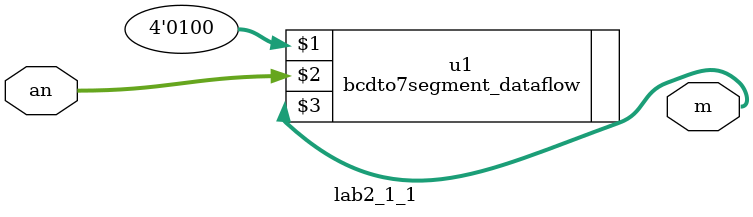
<source format=v>
`timescale 1ns / 1ps


module lab2_1_1(
    input [3:0] an,
    output [6:0] m
    );
    
    parameter x = 4'b0100;
    bcdto7segment_dataflow u1(x,an,m);

endmodule

</source>
